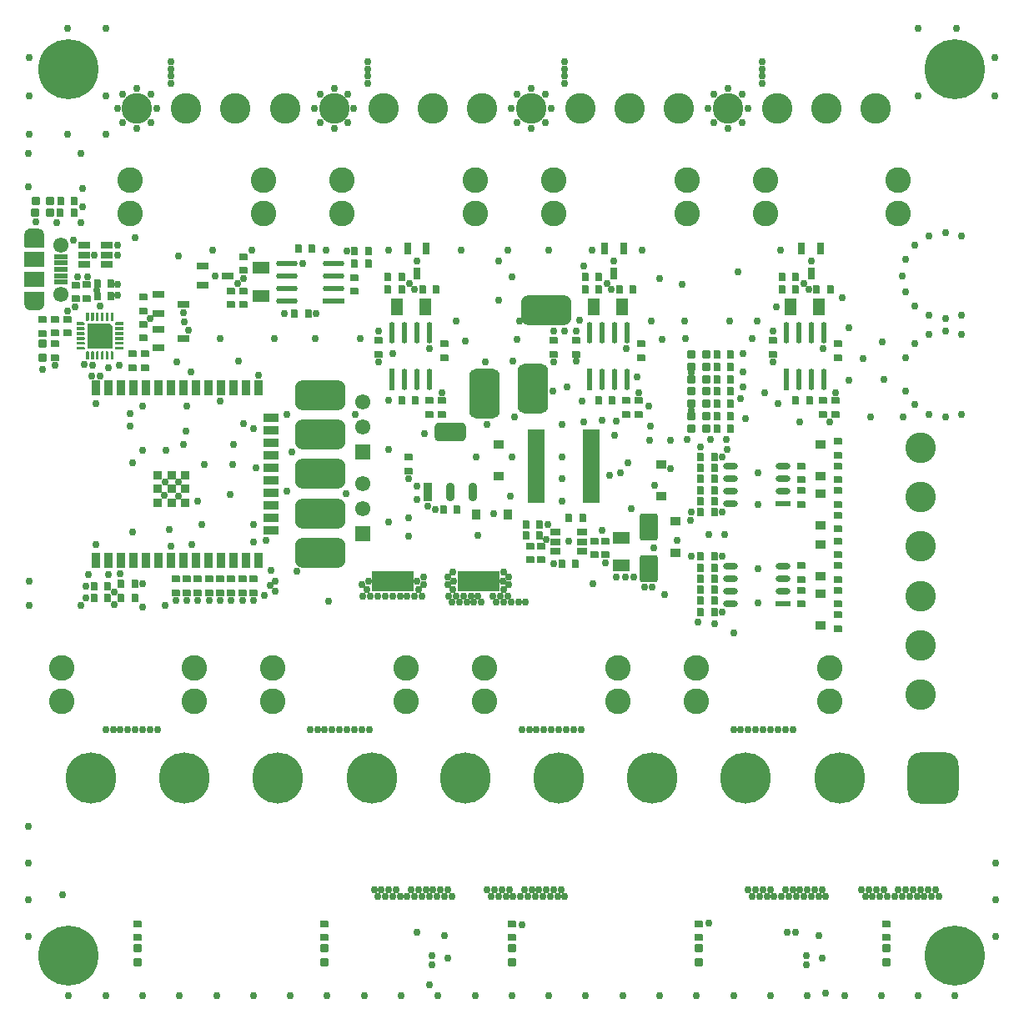
<source format=gbr>
%TF.GenerationSoftware,Altium Limited,Altium Designer,25.8.1 (18)*%
G04 Layer_Color=8388736*
%FSLAX45Y45*%
%MOMM*%
%TF.SameCoordinates,5F8AD7AF-A6C7-491F-921A-1EE88451CE46*%
%TF.FilePolarity,Negative*%
%TF.FileFunction,Soldermask,Top*%
%TF.Part,Single*%
G01*
G75*
%TA.AperFunction,SMDPad,CuDef*%
%ADD11R,1.80000X7.50000*%
%ADD14R,0.90000X1.50000*%
%TA.AperFunction,BGAPad,CuDef*%
%ADD15R,0.90000X0.90000*%
%TA.AperFunction,SMDPad,CuDef*%
%ADD16R,1.50000X0.90000*%
%TA.AperFunction,BGAPad,CuDef*%
%ADD19C,0.27000*%
%TA.AperFunction,SMDPad,CuDef*%
G04:AMPARAMS|DCode=25|XSize=2.16916mm|YSize=0.58213mm|CornerRadius=0.29107mm|HoleSize=0mm|Usage=FLASHONLY|Rotation=90.000|XOffset=0mm|YOffset=0mm|HoleType=Round|Shape=RoundedRectangle|*
%AMROUNDEDRECTD25*
21,1,2.16916,0.00000,0,0,90.0*
21,1,1.58703,0.58213,0,0,90.0*
1,1,0.58213,0.00000,0.79351*
1,1,0.58213,0.00000,-0.79351*
1,1,0.58213,0.00000,-0.79351*
1,1,0.58213,0.00000,0.79351*
%
%ADD25ROUNDEDRECTD25*%
G04:AMPARAMS|DCode=26|XSize=2.16916mm|YSize=0.58213mm|CornerRadius=0.29107mm|HoleSize=0mm|Usage=FLASHONLY|Rotation=180.000|XOffset=0mm|YOffset=0mm|HoleType=Round|Shape=RoundedRectangle|*
%AMROUNDEDRECTD26*
21,1,2.16916,0.00000,0,0,180.0*
21,1,1.58703,0.58213,0,0,180.0*
1,1,0.58213,-0.79351,0.00000*
1,1,0.58213,0.79351,0.00000*
1,1,0.58213,0.79351,0.00000*
1,1,0.58213,-0.79351,0.00000*
%
%ADD26ROUNDEDRECTD26*%
G04:AMPARAMS|DCode=28|XSize=1.51466mm|YSize=0.59981mm|CornerRadius=0.2999mm|HoleSize=0mm|Usage=FLASHONLY|Rotation=180.000|XOffset=0mm|YOffset=0mm|HoleType=Round|Shape=RoundedRectangle|*
%AMROUNDEDRECTD28*
21,1,1.51466,0.00000,0,0,180.0*
21,1,0.91485,0.59981,0,0,180.0*
1,1,0.59981,-0.45743,0.00000*
1,1,0.59981,0.45743,0.00000*
1,1,0.59981,0.45743,0.00000*
1,1,0.59981,-0.45743,0.00000*
%
%ADD28ROUNDEDRECTD28*%
G04:AMPARAMS|DCode=29|XSize=1.90415mm|YSize=3.21981mm|CornerRadius=0.457mm|HoleSize=0mm|Usage=FLASHONLY|Rotation=90.000|XOffset=0mm|YOffset=0mm|HoleType=Round|Shape=RoundedRectangle|*
%AMROUNDEDRECTD29*
21,1,1.90415,2.30581,0,0,90.0*
21,1,0.99016,3.21981,0,0,90.0*
1,1,0.91399,1.15291,0.49508*
1,1,0.91399,1.15291,-0.49508*
1,1,0.91399,-1.15291,-0.49508*
1,1,0.91399,-1.15291,0.49508*
%
%ADD29ROUNDEDRECTD29*%
G04:AMPARAMS|DCode=30|XSize=1.90415mm|YSize=0.91981mm|CornerRadius=0.4599mm|HoleSize=0mm|Usage=FLASHONLY|Rotation=90.000|XOffset=0mm|YOffset=0mm|HoleType=Round|Shape=RoundedRectangle|*
%AMROUNDEDRECTD30*
21,1,1.90415,0.00000,0,0,90.0*
21,1,0.98435,0.91981,0,0,90.0*
1,1,0.91981,0.00000,0.49217*
1,1,0.91981,0.00000,-0.49217*
1,1,0.91981,0.00000,-0.49217*
1,1,0.91981,0.00000,0.49217*
%
%ADD30ROUNDEDRECTD30*%
%ADD31R,0.58213X2.16916*%
%ADD34R,0.91981X1.90415*%
%ADD37R,1.75822X1.30550*%
%ADD41C,2.29500*%
%ADD43R,2.16916X0.58213*%
%ADD44R,1.51466X0.59981*%
%TA.AperFunction,Conductor*%
%ADD47C,0.60000*%
%TA.AperFunction,ComponentPad*%
%ADD53C,1.55000*%
%ADD55R,1.55000X1.55000*%
%TA.AperFunction,SMDPad,CuDef*%
G04:AMPARAMS|DCode=79|XSize=0.9mm|YSize=0.9mm|CornerRadius=0.15mm|HoleSize=0mm|Usage=FLASHONLY|Rotation=270.000|XOffset=0mm|YOffset=0mm|HoleType=Round|Shape=RoundedRectangle|*
%AMROUNDEDRECTD79*
21,1,0.90000,0.60000,0,0,270.0*
21,1,0.60000,0.90000,0,0,270.0*
1,1,0.30000,-0.30000,-0.30000*
1,1,0.30000,-0.30000,0.30000*
1,1,0.30000,0.30000,0.30000*
1,1,0.30000,0.30000,-0.30000*
%
%ADD79ROUNDEDRECTD79*%
G04:AMPARAMS|DCode=80|XSize=0.86mm|YSize=0.7604mm|CornerRadius=0.13255mm|HoleSize=0mm|Usage=FLASHONLY|Rotation=0.000|XOffset=0mm|YOffset=0mm|HoleType=Round|Shape=RoundedRectangle|*
%AMROUNDEDRECTD80*
21,1,0.86000,0.49530,0,0,0.0*
21,1,0.59490,0.76040,0,0,0.0*
1,1,0.26510,0.29745,-0.24765*
1,1,0.26510,-0.29745,-0.24765*
1,1,0.26510,-0.29745,0.24765*
1,1,0.26510,0.29745,0.24765*
%
%ADD80ROUNDEDRECTD80*%
G04:AMPARAMS|DCode=81|XSize=0.86mm|YSize=0.7604mm|CornerRadius=0.13255mm|HoleSize=0mm|Usage=FLASHONLY|Rotation=90.000|XOffset=0mm|YOffset=0mm|HoleType=Round|Shape=RoundedRectangle|*
%AMROUNDEDRECTD81*
21,1,0.86000,0.49530,0,0,90.0*
21,1,0.59490,0.76040,0,0,90.0*
1,1,0.26510,0.24765,0.29745*
1,1,0.26510,0.24765,-0.29745*
1,1,0.26510,-0.24765,-0.29745*
1,1,0.26510,-0.24765,0.29745*
%
%ADD81ROUNDEDRECTD81*%
%ADD82R,1.30000X0.80000*%
G04:AMPARAMS|DCode=83|XSize=3.1mm|YSize=5.1mm|CornerRadius=0.8mm|HoleSize=0mm|Usage=FLASHONLY|Rotation=180.000|XOffset=0mm|YOffset=0mm|HoleType=Round|Shape=RoundedRectangle|*
%AMROUNDEDRECTD83*
21,1,3.10000,3.50000,0,0,180.0*
21,1,1.50000,5.10000,0,0,180.0*
1,1,1.60000,-0.75000,1.75000*
1,1,1.60000,0.75000,1.75000*
1,1,1.60000,0.75000,-1.75000*
1,1,1.60000,-0.75000,-1.75000*
%
%ADD83ROUNDEDRECTD83*%
G04:AMPARAMS|DCode=84|XSize=3.1mm|YSize=5.1mm|CornerRadius=0.8mm|HoleSize=0mm|Usage=FLASHONLY|Rotation=90.000|XOffset=0mm|YOffset=0mm|HoleType=Round|Shape=RoundedRectangle|*
%AMROUNDEDRECTD84*
21,1,3.10000,3.50000,0,0,90.0*
21,1,1.50000,5.10000,0,0,90.0*
1,1,1.60000,1.75000,0.75000*
1,1,1.60000,1.75000,-0.75000*
1,1,1.60000,-1.75000,-0.75000*
1,1,1.60000,-1.75000,0.75000*
%
%ADD84ROUNDEDRECTD84*%
G04:AMPARAMS|DCode=85|XSize=0.9mm|YSize=0.9mm|CornerRadius=0.15mm|HoleSize=0mm|Usage=FLASHONLY|Rotation=180.000|XOffset=0mm|YOffset=0mm|HoleType=Round|Shape=RoundedRectangle|*
%AMROUNDEDRECTD85*
21,1,0.90000,0.60000,0,0,180.0*
21,1,0.60000,0.90000,0,0,180.0*
1,1,0.30000,-0.30000,0.30000*
1,1,0.30000,0.30000,0.30000*
1,1,0.30000,0.30000,-0.30000*
1,1,0.30000,-0.30000,-0.30000*
%
%ADD85ROUNDEDRECTD85*%
%ADD86R,4.20000X2.10000*%
G04:AMPARAMS|DCode=87|XSize=0.9mm|YSize=1.1mm|CornerRadius=0.15mm|HoleSize=0mm|Usage=FLASHONLY|Rotation=90.000|XOffset=0mm|YOffset=0mm|HoleType=Round|Shape=RoundedRectangle|*
%AMROUNDEDRECTD87*
21,1,0.90000,0.80000,0,0,90.0*
21,1,0.60000,1.10000,0,0,90.0*
1,1,0.30000,0.40000,0.30000*
1,1,0.30000,0.40000,-0.30000*
1,1,0.30000,-0.40000,-0.30000*
1,1,0.30000,-0.40000,0.30000*
%
%ADD87ROUNDEDRECTD87*%
G04:AMPARAMS|DCode=88|XSize=0.9mm|YSize=1.1mm|CornerRadius=0.15mm|HoleSize=0mm|Usage=FLASHONLY|Rotation=180.000|XOffset=0mm|YOffset=0mm|HoleType=Round|Shape=RoundedRectangle|*
%AMROUNDEDRECTD88*
21,1,0.90000,0.80000,0,0,180.0*
21,1,0.60000,1.10000,0,0,180.0*
1,1,0.30000,-0.30000,0.40000*
1,1,0.30000,0.30000,0.40000*
1,1,0.30000,0.30000,-0.40000*
1,1,0.30000,-0.30000,-0.40000*
%
%ADD88ROUNDEDRECTD88*%
%ADD89R,1.20000X1.75000*%
%ADD90R,0.80000X1.30000*%
%ADD91R,1.30000X0.70000*%
%TA.AperFunction,ConnectorPad*%
%ADD92R,1.45000X0.50000*%
%TA.AperFunction,SMDPad,CuDef*%
G04:AMPARAMS|DCode=93|XSize=0.7mm|YSize=1.1mm|CornerRadius=0.101mm|HoleSize=0mm|Usage=FLASHONLY|Rotation=90.000|XOffset=0mm|YOffset=0mm|HoleType=Round|Shape=RoundedRectangle|*
%AMROUNDEDRECTD93*
21,1,0.70000,0.89800,0,0,90.0*
21,1,0.49800,1.10000,0,0,90.0*
1,1,0.20200,0.44900,0.24900*
1,1,0.20200,0.44900,-0.24900*
1,1,0.20200,-0.44900,-0.24900*
1,1,0.20200,-0.44900,0.24900*
%
%ADD93ROUNDEDRECTD93*%
G04:AMPARAMS|DCode=94|XSize=2.75mm|YSize=1.85mm|CornerRadius=0.26875mm|HoleSize=0mm|Usage=FLASHONLY|Rotation=270.000|XOffset=0mm|YOffset=0mm|HoleType=Round|Shape=RoundedRectangle|*
%AMROUNDEDRECTD94*
21,1,2.75000,1.31250,0,0,270.0*
21,1,2.21250,1.85000,0,0,270.0*
1,1,0.53750,-0.65625,-1.10625*
1,1,0.53750,-0.65625,1.10625*
1,1,0.53750,0.65625,1.10625*
1,1,0.53750,0.65625,-1.10625*
%
%ADD94ROUNDEDRECTD94*%
%TA.AperFunction,ConnectorPad*%
%ADD95R,2.00000X1.60000*%
%TA.AperFunction,SMDPad,CuDef*%
%ADD96R,1.75000X1.20000*%
%TA.AperFunction,ComponentPad*%
%ADD97C,5.18000*%
G04:AMPARAMS|DCode=98|XSize=5.18mm|YSize=5.18mm|CornerRadius=1.32mm|HoleSize=0mm|Usage=FLASHONLY|Rotation=0.000|XOffset=0mm|YOffset=0mm|HoleType=Round|Shape=RoundedRectangle|*
%AMROUNDEDRECTD98*
21,1,5.18000,2.54000,0,0,0.0*
21,1,2.54000,5.18000,0,0,0.0*
1,1,2.64000,1.27000,-1.27000*
1,1,2.64000,-1.27000,-1.27000*
1,1,2.64000,-1.27000,1.27000*
1,1,2.64000,1.27000,1.27000*
%
%ADD98ROUNDEDRECTD98*%
G04:AMPARAMS|DCode=99|XSize=2.6mm|YSize=2.6mm|CornerRadius=1.3mm|HoleSize=0mm|Usage=FLASHONLY|Rotation=0.000|XOffset=0mm|YOffset=0mm|HoleType=Round|Shape=RoundedRectangle|*
%AMROUNDEDRECTD99*
21,1,2.60000,0.00000,0,0,0.0*
21,1,0.00000,2.60000,0,0,0.0*
1,1,2.60000,0.00000,0.00000*
1,1,2.60000,0.00000,0.00000*
1,1,2.60000,0.00000,0.00000*
1,1,2.60000,0.00000,0.00000*
%
%ADD99ROUNDEDRECTD99*%
%ADD100C,0.10000*%
%ADD101C,3.10000*%
%ADD102C,0.90000*%
%ADD103C,6.10000*%
%TA.AperFunction,ViaPad*%
%ADD104C,0.75000*%
G36*
X195980Y7878919D02*
X196922Y7878633D01*
X197791Y7878169D01*
X198552Y7877544D01*
X199177Y7876783D01*
X199641Y7875914D01*
X199927Y7874972D01*
X200023Y7873992D01*
Y7873992D01*
D01*
Y7829016D01*
X245000D01*
X245980Y7828919D01*
X246922Y7828633D01*
X247791Y7828169D01*
X248552Y7827544D01*
X249177Y7826783D01*
X249641Y7825914D01*
X249927Y7824972D01*
X250024Y7823991D01*
Y7693991D01*
X249927Y7693011D01*
X249641Y7692069D01*
X249177Y7691200D01*
X248552Y7690439D01*
X247791Y7689814D01*
X246922Y7689350D01*
X245980Y7689064D01*
X245000Y7688967D01*
X54999D01*
X54019Y7689064D01*
X53077Y7689350D01*
X52208Y7689814D01*
X51447Y7690439D01*
X50822Y7691200D01*
X50358Y7692069D01*
X50072Y7693011D01*
X49975Y7693991D01*
Y7823991D01*
X50072Y7824972D01*
X50358Y7825914D01*
X50822Y7826783D01*
X51447Y7827544D01*
X52208Y7828169D01*
X53077Y7828633D01*
X54019Y7828919D01*
X54999Y7829016D01*
X99973D01*
Y7873989D01*
X100069Y7874970D01*
X100355Y7875912D01*
X100819Y7876781D01*
X101444Y7877542D01*
X102206Y7878167D01*
X103074Y7878631D01*
X104017Y7878917D01*
X104996Y7879013D01*
X194999Y7879016D01*
X194999D01*
D01*
X195980Y7878919D01*
D02*
G37*
G36*
X245980Y7238919D02*
X246922Y7238633D01*
X247791Y7238169D01*
X248552Y7237544D01*
X249177Y7236783D01*
X249641Y7235914D01*
X249927Y7234972D01*
X250024Y7233991D01*
Y7103991D01*
X249927Y7103011D01*
X249641Y7102069D01*
X249177Y7101200D01*
X248552Y7100439D01*
X247791Y7099814D01*
X246922Y7099350D01*
X245980Y7099064D01*
X245000Y7098967D01*
X200026D01*
Y7053994D01*
X199930Y7053013D01*
X199644Y7052071D01*
X199179Y7051202D01*
X198555Y7050441D01*
X197793Y7049816D01*
X196925Y7049352D01*
X195982Y7049066D01*
X195002Y7048969D01*
X105000Y7048967D01*
X105000D01*
D01*
X104019Y7049064D01*
X103077Y7049350D01*
X102208Y7049814D01*
X101447Y7050439D01*
X100822Y7051200D01*
X100358Y7052069D01*
X100072Y7053011D01*
X99975Y7053991D01*
Y7053991D01*
D01*
Y7098967D01*
X54999D01*
X54019Y7099064D01*
X53077Y7099350D01*
X52208Y7099814D01*
X51447Y7100439D01*
X50822Y7101200D01*
X50358Y7102069D01*
X50072Y7103011D01*
X49975Y7103991D01*
Y7233991D01*
X50072Y7234972D01*
X50358Y7235914D01*
X50822Y7236783D01*
X51447Y7237544D01*
X52208Y7238169D01*
X53077Y7238633D01*
X54019Y7238919D01*
X54999Y7239015D01*
X245000D01*
X245980Y7238919D01*
D02*
G37*
G36*
X954999Y6956492D02*
Y6953508D01*
X952716Y6947995D01*
X948496Y6943775D01*
X942983Y6941492D01*
X937016D01*
X931503Y6943775D01*
X927283Y6947995D01*
X924999Y6953508D01*
Y6956492D01*
Y7026491D01*
X954999D01*
Y6956492D01*
D02*
G37*
G36*
X904999D02*
Y6953508D01*
X902716Y6947995D01*
X898496Y6943775D01*
X892983Y6941492D01*
X887016D01*
X881503Y6943775D01*
X877283Y6947995D01*
X875000Y6953508D01*
Y6956492D01*
X874999D01*
Y7026491D01*
X904999D01*
Y6956492D01*
D02*
G37*
G36*
X854999D02*
Y6953508D01*
X852716Y6947995D01*
X848496Y6943775D01*
X842983Y6941492D01*
X837016D01*
X831503Y6943775D01*
X827283Y6947995D01*
X824999Y6953508D01*
Y6956492D01*
Y7026491D01*
X854999D01*
Y6956492D01*
D02*
G37*
G36*
X804999D02*
Y6953508D01*
X802716Y6947995D01*
X798496Y6943775D01*
X792983Y6941492D01*
X787016D01*
X781503Y6943775D01*
X777283Y6947995D01*
X774999Y6953508D01*
Y6956492D01*
Y7026491D01*
X804999D01*
Y6956492D01*
D02*
G37*
G36*
X754999D02*
Y6953508D01*
X752716Y6947995D01*
X748496Y6943775D01*
X742983Y6941492D01*
X737016D01*
X731502Y6943775D01*
X727283Y6947995D01*
X724999Y6953508D01*
Y6956492D01*
Y7026491D01*
X755000D01*
X754999Y6956492D01*
D02*
G37*
G36*
X704999D02*
Y6953508D01*
X702716Y6947995D01*
X698496Y6943775D01*
X692983Y6941492D01*
X687016D01*
X681503Y6943775D01*
X677283Y6947995D01*
X674999Y6953508D01*
Y6956492D01*
Y7026491D01*
X704999D01*
Y6956492D01*
D02*
G37*
G36*
X1052499Y6898992D02*
X979516D01*
X974003Y6901275D01*
X969783Y6905495D01*
X967499Y6911008D01*
Y6913992D01*
Y6916975D01*
X969783Y6922488D01*
X974003Y6926708D01*
X979516Y6928991D01*
X1052499D01*
Y6898992D01*
D02*
G37*
G36*
X655996Y6926708D02*
X660216Y6922488D01*
X662499Y6916975D01*
Y6913992D01*
Y6911008D01*
X660216Y6905495D01*
X655996Y6901275D01*
X650483Y6898992D01*
X577499D01*
Y6928991D01*
X650483D01*
X655996Y6926708D01*
D02*
G37*
G36*
X1052499Y6848991D02*
X982499Y6848992D01*
X979516D01*
X974003Y6851275D01*
X969783Y6855495D01*
X967499Y6861008D01*
Y6863992D01*
Y6866975D01*
X969783Y6872488D01*
X974003Y6876708D01*
X979516Y6878992D01*
X1052499D01*
Y6848991D01*
D02*
G37*
G36*
X655996Y6876708D02*
X660216Y6872488D01*
X662499Y6866975D01*
Y6863992D01*
Y6861008D01*
X660216Y6855495D01*
X655996Y6851275D01*
X650483Y6848992D01*
X647499D01*
Y6848991D01*
X577499D01*
Y6878992D01*
X650483D01*
X655996Y6876708D01*
D02*
G37*
G36*
X1052499Y6798991D02*
X979516D01*
X974003Y6801275D01*
X969783Y6805495D01*
X967499Y6811008D01*
Y6813991D01*
Y6816975D01*
X969783Y6822488D01*
X974003Y6826708D01*
X979516Y6828991D01*
X1052499D01*
Y6798991D01*
D02*
G37*
G36*
X655996Y6826708D02*
X660216Y6822488D01*
X662499Y6816975D01*
Y6813991D01*
Y6811008D01*
X660216Y6805495D01*
X655996Y6801275D01*
X650483Y6798991D01*
X577499D01*
Y6828991D01*
X650483D01*
X655996Y6826708D01*
D02*
G37*
G36*
X1052499Y6748992D02*
X979516D01*
X974003Y6751275D01*
X969783Y6755495D01*
X967499Y6761008D01*
Y6763992D01*
Y6766975D01*
X969783Y6772488D01*
X974003Y6776708D01*
X979516Y6778992D01*
X1052499D01*
Y6748992D01*
D02*
G37*
G36*
X655996Y6776708D02*
X660216Y6772488D01*
X662499Y6766975D01*
Y6763992D01*
Y6761008D01*
X660216Y6755495D01*
X655996Y6751275D01*
X650483Y6748992D01*
X577499D01*
Y6778992D01*
X650483D01*
X655996Y6776708D01*
D02*
G37*
G36*
X1052499Y6698991D02*
X979516D01*
X974003Y6701275D01*
X969783Y6705495D01*
X967499Y6711008D01*
Y6713991D01*
Y6716975D01*
X969783Y6722488D01*
X974003Y6726708D01*
X979516Y6728991D01*
X982499D01*
Y6728992D01*
X1052499D01*
Y6698991D01*
D02*
G37*
G36*
X647499Y6728991D02*
X650483D01*
X655996Y6726708D01*
X660216Y6722488D01*
X662499Y6716975D01*
Y6713991D01*
Y6711008D01*
X660216Y6705495D01*
X655996Y6701275D01*
X650483Y6698991D01*
X577499D01*
Y6728992D01*
X647499Y6728991D01*
D02*
G37*
G36*
X942500Y6891491D02*
Y6661491D01*
X687499D01*
Y6916492D01*
X917499D01*
X942500Y6891491D01*
D02*
G37*
G36*
X1052499Y6648992D02*
X979516D01*
X974003Y6651275D01*
X969783Y6655495D01*
X967499Y6661008D01*
Y6663991D01*
Y6666975D01*
X969783Y6672488D01*
X974003Y6676708D01*
X979516Y6678991D01*
X1052499D01*
Y6648992D01*
D02*
G37*
G36*
X655996Y6676708D02*
X660216Y6672488D01*
X662499Y6666975D01*
Y6663991D01*
Y6661008D01*
X660216Y6655495D01*
X655996Y6651275D01*
X650483Y6648992D01*
X577499D01*
Y6678991D01*
X650483D01*
X655996Y6676708D01*
D02*
G37*
G36*
X948496Y6634208D02*
X952716Y6629988D01*
X954999Y6624475D01*
Y6621491D01*
Y6551492D01*
X924999D01*
Y6621491D01*
Y6624475D01*
X927283Y6629988D01*
X931503Y6634208D01*
X937016Y6636491D01*
X942983D01*
X948496Y6634208D01*
D02*
G37*
G36*
X898496D02*
X902716Y6629988D01*
X904999Y6624475D01*
Y6621491D01*
Y6551492D01*
X874999D01*
X875000Y6621491D01*
Y6624475D01*
X877283Y6629988D01*
X881503Y6634208D01*
X887016Y6636491D01*
X892983D01*
X898496Y6634208D01*
D02*
G37*
G36*
X848496D02*
X852716Y6629988D01*
X854999Y6624475D01*
Y6621491D01*
Y6551492D01*
X824999D01*
Y6621491D01*
Y6624475D01*
X827283Y6629988D01*
X831503Y6634208D01*
X837016Y6636491D01*
X842983D01*
X848496Y6634208D01*
D02*
G37*
G36*
X798496D02*
X802716Y6629988D01*
X804999Y6624475D01*
Y6621491D01*
Y6551492D01*
X774999D01*
Y6621491D01*
Y6624475D01*
X777283Y6629988D01*
X781503Y6634208D01*
X787016Y6636491D01*
X792983D01*
X798496Y6634208D01*
D02*
G37*
G36*
X748496D02*
X752716Y6629988D01*
X754999Y6624475D01*
Y6621491D01*
X755000D01*
Y6551492D01*
X724999D01*
Y6621491D01*
Y6624475D01*
X727283Y6629988D01*
X731502Y6634208D01*
X737016Y6636491D01*
X742983D01*
X748496Y6634208D01*
D02*
G37*
G36*
X698496D02*
X702716Y6629988D01*
X704999Y6624475D01*
Y6621491D01*
Y6551492D01*
X674999D01*
Y6621491D01*
Y6624475D01*
X677283Y6629988D01*
X681503Y6634208D01*
X687016Y6636491D01*
X692983D01*
X698496Y6634208D01*
D02*
G37*
D11*
X5805000Y5462500D02*
D03*
X5245000D02*
D03*
D14*
X1916999Y4512499D02*
D03*
X1789999D02*
D03*
X2170999D02*
D03*
X2043999D02*
D03*
X773999D02*
D03*
Y6262500D02*
D03*
X2170999D02*
D03*
X1662999D02*
D03*
X1789999D02*
D03*
X1154999Y4512499D02*
D03*
X1281999D02*
D03*
X1408999D02*
D03*
X1535999D02*
D03*
X2297999D02*
D03*
X2424999D02*
D03*
Y6262500D02*
D03*
X2297999D02*
D03*
X2043999D02*
D03*
X1916999D02*
D03*
X1535999D02*
D03*
X1281999D02*
D03*
X1154999D02*
D03*
X900999Y4512499D02*
D03*
X1408999Y6262500D02*
D03*
X1662999Y4512499D02*
D03*
X900999Y6262500D02*
D03*
X1027999D02*
D03*
Y4512499D02*
D03*
D15*
X1405999Y5097500D02*
D03*
X1545999Y5237500D02*
D03*
Y5097500D02*
D03*
X1405999Y5237500D02*
D03*
Y5377500D02*
D03*
X1545999D02*
D03*
X1685999Y5097500D02*
D03*
Y5377500D02*
D03*
Y5237500D02*
D03*
D16*
X2549999Y4816500D02*
D03*
Y4943500D02*
D03*
Y5070500D02*
D03*
Y5197500D02*
D03*
Y5324500D02*
D03*
Y5451500D02*
D03*
Y5578500D02*
D03*
Y5705500D02*
D03*
Y5832500D02*
D03*
Y5959500D02*
D03*
D19*
X1010000Y6663991D02*
D03*
X619999Y6913992D02*
D03*
X889999Y6983992D02*
D03*
X939999D02*
D03*
X839999Y6985538D02*
D03*
X789999Y6983992D02*
D03*
X739999D02*
D03*
X689999Y7011491D02*
D03*
X619999Y6863992D02*
D03*
X618453Y6813991D02*
D03*
X619999Y6763992D02*
D03*
Y6713991D02*
D03*
X592499Y6663991D02*
D03*
X689999Y6593991D02*
D03*
X739999D02*
D03*
X789999Y6592445D02*
D03*
X839999Y6593991D02*
D03*
X889999D02*
D03*
X939999Y6592445D02*
D03*
X1010000Y6713991D02*
D03*
X1011546Y6763992D02*
D03*
X1010000Y6813991D02*
D03*
Y6863992D02*
D03*
X1011546Y6913992D02*
D03*
D25*
X7784500Y6823861D02*
D03*
X3784459Y6823905D02*
D03*
X5784500Y6823860D02*
D03*
X5911500Y6351140D02*
D03*
X6038500D02*
D03*
X6165500D02*
D03*
X6038500Y6823860D02*
D03*
X5911500D02*
D03*
X6165500D02*
D03*
X8165500Y6823861D02*
D03*
X4165459Y6823905D02*
D03*
X3911459D02*
D03*
X4038459D02*
D03*
X4165459Y6351185D02*
D03*
X4038459D02*
D03*
X3911459D02*
D03*
X7911500Y6823861D02*
D03*
X8038500D02*
D03*
X8165500Y6351141D02*
D03*
X8038500D02*
D03*
X7911500D02*
D03*
D26*
X2713590Y7147025D02*
D03*
Y7528025D02*
D03*
X3186310Y7274025D02*
D03*
Y7401025D02*
D03*
X2713590D02*
D03*
Y7274025D02*
D03*
X3186310Y7528025D02*
D03*
D28*
X7218484Y5338500D02*
D03*
Y5084500D02*
D03*
Y4072000D02*
D03*
Y4326000D02*
D03*
X7756516D02*
D03*
Y5338500D02*
D03*
X7218484Y4199000D02*
D03*
Y4453000D02*
D03*
Y5211500D02*
D03*
Y5465500D02*
D03*
X7756516D02*
D03*
Y5211500D02*
D03*
Y4199000D02*
D03*
Y4453000D02*
D03*
D29*
X4375000Y5817500D02*
D03*
D30*
Y5207500D02*
D03*
X4605000D02*
D03*
D31*
X5784500Y6351140D02*
D03*
X3784459Y6351185D02*
D03*
X7784500Y6351141D02*
D03*
D34*
X4145000Y5207500D02*
D03*
D37*
X6112500Y4462364D02*
D03*
Y4737636D02*
D03*
D41*
X814999Y6788992D02*
D03*
D43*
X3186310Y7147025D02*
D03*
D44*
X7756516Y4072000D02*
D03*
Y5084500D02*
D03*
D47*
X219999Y7823991D02*
G03*
X219999Y7823991I-25000J0D01*
G01*
X129999D02*
G03*
X129999Y7823991I-25000J0D01*
G01*
X129999Y7103991D02*
G03*
X129999Y7103991I-25000J0D01*
G01*
X220000D02*
G03*
X220000Y7103991I-25000J0D01*
G01*
D53*
X3487500Y6116500D02*
D03*
Y5291500D02*
D03*
Y5037500D02*
D03*
Y5862500D02*
D03*
X419999Y7713991D02*
D03*
Y7213991D02*
D03*
D55*
X3487500Y4783500D02*
D03*
Y5608500D02*
D03*
D79*
X8799850Y575000D02*
D03*
Y425000D02*
D03*
X6899900Y575000D02*
D03*
Y425000D02*
D03*
X1200000D02*
D03*
Y575000D02*
D03*
X3100100Y425000D02*
D03*
X235000Y6563992D02*
D03*
X5000000Y425000D02*
D03*
X235000Y6713992D02*
D03*
X5000000Y575000D02*
D03*
X3100100D02*
D03*
D80*
X1925000Y4180000D02*
D03*
X3100100Y820000D02*
D03*
X7937500Y4207500D02*
D03*
Y4067500D02*
D03*
Y4317500D02*
D03*
Y4457500D02*
D03*
Y5330000D02*
D03*
Y5470000D02*
D03*
Y5080000D02*
D03*
Y5220000D02*
D03*
X1700000Y4180000D02*
D03*
Y4320000D02*
D03*
X1925000Y4320000D02*
D03*
X1587499Y4320000D02*
D03*
Y4180000D02*
D03*
X1812500Y4180000D02*
D03*
Y4320000D02*
D03*
X2150000Y4180000D02*
D03*
Y4320000D02*
D03*
X2037499D02*
D03*
Y4180000D02*
D03*
X2262500Y4320000D02*
D03*
Y4180000D02*
D03*
X2375000Y4320000D02*
D03*
Y4180000D02*
D03*
X5000000Y820000D02*
D03*
X8799850D02*
D03*
X6899900D02*
D03*
X1200000Y680000D02*
D03*
Y820000D02*
D03*
X1262499Y6907500D02*
D03*
X1262499Y7182500D02*
D03*
X5187500Y4657500D02*
D03*
X4312460Y6567545D02*
D03*
X3399950Y7242525D02*
D03*
X8312500Y6567500D02*
D03*
X6312500Y6567500D02*
D03*
X5650000Y6745000D02*
D03*
X3649959D02*
D03*
X7650000D02*
D03*
X5425000D02*
D03*
X3950000Y5557500D02*
D03*
X5000000Y680000D02*
D03*
X5425000Y6605000D02*
D03*
X3950000Y5417500D02*
D03*
X685000Y7168992D02*
D03*
X570001Y7166492D02*
D03*
X359999Y6958992D02*
D03*
X235000Y6953992D02*
D03*
X7650000Y6605000D02*
D03*
X8287500Y6132501D02*
D03*
X6287500Y6132500D02*
D03*
X5950000Y4567500D02*
D03*
X5650000Y6605000D02*
D03*
X4287460Y6132545D02*
D03*
X5300000Y4657500D02*
D03*
X2274951Y7455025D02*
D03*
X2149951Y7245025D02*
D03*
X3649959Y6605000D02*
D03*
X2274951Y7245025D02*
D03*
X685000Y7308992D02*
D03*
X570001Y7306492D02*
D03*
X359999Y6568992D02*
D03*
X5950000Y4707500D02*
D03*
X5837500D02*
D03*
X2274951Y7105025D02*
D03*
Y7595025D02*
D03*
X6162499Y6132500D02*
D03*
Y5992500D02*
D03*
X6287500D02*
D03*
X6312500Y6707500D02*
D03*
X8162500Y5992500D02*
D03*
Y6132501D02*
D03*
X8287500Y5992500D02*
D03*
X8312500Y6707501D02*
D03*
X359999Y6708992D02*
D03*
Y6818992D02*
D03*
X485000Y6958992D02*
D03*
Y6818992D02*
D03*
X1149999Y6607500D02*
D03*
Y6467499D02*
D03*
X1274999Y6607500D02*
D03*
Y6467499D02*
D03*
X1262499Y6767500D02*
D03*
X1262499Y7042500D02*
D03*
X2149951Y7105025D02*
D03*
X3399950Y7382525D02*
D03*
X4162459Y6132545D02*
D03*
Y5992545D02*
D03*
X4287460D02*
D03*
X4312460Y6707545D02*
D03*
X5187500Y4517500D02*
D03*
X5300000D02*
D03*
X5837500Y4567500D02*
D03*
X235000Y6813992D02*
D03*
X3100100Y680000D02*
D03*
X8799850D02*
D03*
X8312500Y3817500D02*
D03*
Y3957500D02*
D03*
Y4067500D02*
D03*
Y4207500D02*
D03*
Y4457500D02*
D03*
Y4317500D02*
D03*
Y4707500D02*
D03*
Y4567500D02*
D03*
Y4970000D02*
D03*
Y4830000D02*
D03*
Y5220000D02*
D03*
Y5080000D02*
D03*
Y5470000D02*
D03*
Y5330000D02*
D03*
Y5720000D02*
D03*
Y5580000D02*
D03*
X6899900Y680000D02*
D03*
D81*
X5880000Y6137500D02*
D03*
X6020000D02*
D03*
X1030000Y4275000D02*
D03*
X1170000Y4125000D02*
D03*
X7220000Y6475000D02*
D03*
X7080000D02*
D03*
X7220000Y6350000D02*
D03*
X7080000D02*
D03*
X7220000Y6600000D02*
D03*
X7080000D02*
D03*
X7220000Y6225000D02*
D03*
X7080000D02*
D03*
X6917499Y4325000D02*
D03*
Y4437500D02*
D03*
Y4550000D02*
D03*
Y5000000D02*
D03*
Y5112500D02*
D03*
Y5225000D02*
D03*
Y5337500D02*
D03*
Y5450000D02*
D03*
Y5562500D02*
D03*
Y4212500D02*
D03*
Y3987500D02*
D03*
Y4100000D02*
D03*
X7880000Y6137501D02*
D03*
X8020000D02*
D03*
X7080000Y5850000D02*
D03*
X7220000D02*
D03*
X7080000Y6100000D02*
D03*
X7220000D02*
D03*
Y5975000D02*
D03*
X7080000D02*
D03*
X5142500Y4875000D02*
D03*
Y4762500D02*
D03*
X3879959Y6137545D02*
D03*
X2969951Y7675025D02*
D03*
X2792450Y7012525D02*
D03*
X1029999Y4125000D02*
D03*
X895000Y4250000D02*
D03*
Y4125000D02*
D03*
X5742500Y7387500D02*
D03*
Y7262500D02*
D03*
X3544951Y7650025D02*
D03*
Y7525025D02*
D03*
X4445000Y5025000D02*
D03*
X4305000D02*
D03*
X8092500Y7262500D02*
D03*
X7882500D02*
D03*
Y7387500D02*
D03*
X7057500Y5112500D02*
D03*
Y5450000D02*
D03*
Y4550000D02*
D03*
Y5000000D02*
D03*
Y4437500D02*
D03*
Y5562500D02*
D03*
X6092500Y7262500D02*
D03*
X5882500Y7387500D02*
D03*
Y7262500D02*
D03*
X4092459Y7262545D02*
D03*
X5505000Y4475000D02*
D03*
X5282500Y4875000D02*
D03*
Y4762500D02*
D03*
X7057500Y4100000D02*
D03*
Y3987500D02*
D03*
X3404951Y7650025D02*
D03*
X3882460Y7387545D02*
D03*
Y7262545D02*
D03*
X2932451Y7012525D02*
D03*
X930000Y7318991D02*
D03*
X929999Y7193991D02*
D03*
X1170000Y4275000D02*
D03*
X755000Y4125000D02*
D03*
Y4250000D02*
D03*
X3742459Y7387545D02*
D03*
X7742500Y7262500D02*
D03*
X3742459Y7262545D02*
D03*
X4232460D02*
D03*
X7742500Y7387500D02*
D03*
X414999Y8038992D02*
D03*
X555000D02*
D03*
X2829950Y7675025D02*
D03*
X3404951Y7525025D02*
D03*
X4019959Y6137545D02*
D03*
X5645000Y4475000D02*
D03*
X7057500Y4212500D02*
D03*
Y4325000D02*
D03*
Y5225000D02*
D03*
Y5337500D02*
D03*
X417500Y8162500D02*
D03*
X557500D02*
D03*
X789999Y7193991D02*
D03*
X789999Y7318991D02*
D03*
X5720000Y4937500D02*
D03*
X5580000D02*
D03*
X6232500Y7262500D02*
D03*
X8232500Y7262500D02*
D03*
D82*
X1407499Y7017500D02*
D03*
X1667499Y7112500D02*
D03*
X1407499Y7207500D02*
D03*
X2117451Y7400025D02*
D03*
X1857451Y7305025D02*
D03*
Y7495025D02*
D03*
X1667499Y6762500D02*
D03*
X1407499Y6667500D02*
D03*
Y6857500D02*
D03*
D83*
X4725000Y6200000D02*
D03*
X5212500Y6250000D02*
D03*
D84*
X5350000Y7050000D02*
D03*
X3050000Y6187499D02*
D03*
Y5387500D02*
D03*
Y4587500D02*
D03*
Y4987500D02*
D03*
Y5787499D02*
D03*
D85*
X6975000Y6475000D02*
D03*
X6825000D02*
D03*
X6975000Y6350000D02*
D03*
X6825000D02*
D03*
X6975000Y6225000D02*
D03*
X6825000D02*
D03*
X6975000Y6600000D02*
D03*
X6825000D02*
D03*
X6975000Y6100000D02*
D03*
X6825000D02*
D03*
X6975000Y5975000D02*
D03*
X6825000D02*
D03*
X6975000Y5850000D02*
D03*
X6825000D02*
D03*
X159999Y8038992D02*
D03*
X310000D02*
D03*
X162500Y8162500D02*
D03*
X312500D02*
D03*
D86*
X3790000Y4300000D02*
D03*
X4660000D02*
D03*
D87*
X6662500Y4588000D02*
D03*
X6512500Y5487000D02*
D03*
X4862500Y5363000D02*
D03*
Y5687000D02*
D03*
X6662500Y4912000D02*
D03*
X6512500Y5163000D02*
D03*
X8137500Y4174500D02*
D03*
Y3850500D02*
D03*
Y4350500D02*
D03*
Y4674500D02*
D03*
Y4863000D02*
D03*
Y5187000D02*
D03*
Y5363000D02*
D03*
Y5687000D02*
D03*
D88*
X4962000Y4975000D02*
D03*
X4638000D02*
D03*
D89*
X5832500Y7087500D02*
D03*
X6117500D02*
D03*
X7832500Y7087500D02*
D03*
X8117500D02*
D03*
X3832459Y7087545D02*
D03*
X4117459D02*
D03*
D90*
X5942500Y7680000D02*
D03*
X8037500Y7420000D02*
D03*
X6037500Y7420000D02*
D03*
X4037460Y7420045D02*
D03*
X6132500Y7680000D02*
D03*
X7942500Y7680000D02*
D03*
X8132500D02*
D03*
X3942460Y7680045D02*
D03*
X4132460D02*
D03*
D91*
X659999Y7612500D02*
D03*
X889999D02*
D03*
X659999Y7517500D02*
D03*
Y7707499D02*
D03*
X889999D02*
D03*
Y7517500D02*
D03*
D92*
X419999Y7593991D02*
D03*
Y7333991D02*
D03*
Y7528991D02*
D03*
Y7463991D02*
D03*
Y7398991D02*
D03*
D93*
X5437500Y4700000D02*
D03*
X5712500D02*
D03*
X5437500Y4795000D02*
D03*
Y4605000D02*
D03*
X5712500D02*
D03*
Y4795000D02*
D03*
D94*
X6387500Y4422500D02*
D03*
Y4852500D02*
D03*
D95*
X149999Y7363991D02*
D03*
Y7563991D02*
D03*
D96*
X2449951Y7195025D02*
D03*
Y7480025D02*
D03*
D97*
X725180Y2300000D02*
D03*
X2625100D02*
D03*
X1675140D02*
D03*
X3575060D02*
D03*
X5474980D02*
D03*
X6424940D02*
D03*
X8324860D02*
D03*
X4525020D02*
D03*
X7374900D02*
D03*
D98*
X9274820D02*
D03*
D99*
X3925000Y3420000D02*
D03*
Y3080000D02*
D03*
X2575000Y3420000D02*
D03*
Y3080000D02*
D03*
X4725000Y3420000D02*
D03*
Y3080000D02*
D03*
X6875000Y3420000D02*
D03*
Y3080000D02*
D03*
X425000Y3420000D02*
D03*
Y3080000D02*
D03*
X7575000Y8030000D02*
D03*
Y8370000D02*
D03*
X3275000Y8030000D02*
D03*
Y8370000D02*
D03*
X5425000Y8030000D02*
D03*
Y8370000D02*
D03*
X1125000D02*
D03*
Y8030000D02*
D03*
X1774999Y3080000D02*
D03*
Y3420000D02*
D03*
X6075000Y3080000D02*
D03*
Y3420000D02*
D03*
X8225000Y3080000D02*
D03*
Y3420000D02*
D03*
X2475000Y8370000D02*
D03*
Y8030000D02*
D03*
X6775000Y8370000D02*
D03*
Y8030000D02*
D03*
X4625000Y8370000D02*
D03*
Y8030000D02*
D03*
X8925000Y8370000D02*
D03*
Y8030000D02*
D03*
D100*
X9400000Y7400000D02*
D03*
Y6400000D02*
D03*
D101*
X9150000Y5150000D02*
D03*
Y5650000D02*
D03*
Y4150000D02*
D03*
Y4650000D02*
D03*
Y3150000D02*
D03*
Y3650000D02*
D03*
X5694000Y9098000D02*
D03*
X7194000D02*
D03*
X5194000D02*
D03*
X3194000D02*
D03*
X1194000D02*
D03*
X4194000D02*
D03*
X4694000D02*
D03*
X2194000D02*
D03*
X2694000D02*
D03*
X6194000D02*
D03*
X6694000D02*
D03*
X3694000D02*
D03*
X8694000D02*
D03*
X8194000D02*
D03*
X7694000D02*
D03*
X1694000D02*
D03*
D102*
X500000Y728600D02*
D03*
X338355Y661645D02*
D03*
X271400Y500000D02*
D03*
X338355Y338355D02*
D03*
X500000Y271400D02*
D03*
X661645Y338355D02*
D03*
X728600Y500000D02*
D03*
X661645Y661645D02*
D03*
X500000Y9728600D02*
D03*
X338355Y9661644D02*
D03*
X271400Y9500000D02*
D03*
X338355Y9338355D02*
D03*
X500000Y9271400D02*
D03*
X661645Y9338355D02*
D03*
X728600Y9500000D02*
D03*
X661645Y9661644D02*
D03*
X9500000Y728600D02*
D03*
X9338355Y661645D02*
D03*
X9271400Y500000D02*
D03*
X9338355Y338355D02*
D03*
X9500000Y271400D02*
D03*
X9661644Y338355D02*
D03*
X9728600Y500000D02*
D03*
X9661644Y661645D02*
D03*
X9500000Y9728600D02*
D03*
X9338355Y9661644D02*
D03*
X9271400Y9500000D02*
D03*
X9338355Y9338355D02*
D03*
X9500000Y9271400D02*
D03*
X9661644Y9338355D02*
D03*
X9728600Y9500000D02*
D03*
X9661644Y9661644D02*
D03*
D103*
X500000Y500000D02*
D03*
Y9500000D02*
D03*
X9500000Y500000D02*
D03*
Y9500000D02*
D03*
D104*
X8181250Y112500D02*
D03*
X875000Y87500D02*
D03*
X2000000D02*
D03*
X1250000D02*
D03*
X1625000D02*
D03*
X3125000D02*
D03*
X2375000D02*
D03*
X2750000D02*
D03*
X437500Y1112500D02*
D03*
X1700000Y4100000D02*
D03*
X5100000Y812500D02*
D03*
X1925000Y4100000D02*
D03*
X4162500Y200000D02*
D03*
X2375001Y4100000D02*
D03*
X7000000Y825000D02*
D03*
X2150000Y4100000D02*
D03*
X4840000Y4087500D02*
D03*
X4990000D02*
D03*
X5065000D02*
D03*
X4915000D02*
D03*
X5140000D02*
D03*
X4390000D02*
D03*
X4540000D02*
D03*
X4615000D02*
D03*
X4465000D02*
D03*
X4690000D02*
D03*
X1012500Y6487500D02*
D03*
X1668750Y7025000D02*
D03*
X5650000Y6531250D02*
D03*
X6062500Y5925000D02*
D03*
X1324999Y6962500D02*
D03*
X1024999Y4375000D02*
D03*
X5687500Y6950000D02*
D03*
X5525000Y7150000D02*
D03*
Y6950000D02*
D03*
X5350000Y7150000D02*
D03*
Y6950000D02*
D03*
X5175000Y7150000D02*
D03*
Y6950000D02*
D03*
X5312500Y6237500D02*
D03*
X5112500D02*
D03*
X5312500Y6062500D02*
D03*
X5112500D02*
D03*
X4625000Y6012500D02*
D03*
X4825000D02*
D03*
Y6225000D02*
D03*
X4625000D02*
D03*
X7925000Y5912500D02*
D03*
X8225000D02*
D03*
X6387500Y6075000D02*
D03*
X6400000Y5725000D02*
D03*
X6406414Y5870661D02*
D03*
X6612500Y5437500D02*
D03*
X6100000Y5400000D02*
D03*
X7350000Y6425000D02*
D03*
X6175000Y5500000D02*
D03*
X7350000Y6275000D02*
D03*
X6825000Y6412500D02*
D03*
Y4550000D02*
D03*
X1125000Y6000000D02*
D03*
Y5875000D02*
D03*
X6825000Y5000000D02*
D03*
X6912500Y5662500D02*
D03*
X2375000Y5850000D02*
D03*
X6812500Y4912500D02*
D03*
X1250000Y5625000D02*
D03*
X6825000Y6037500D02*
D03*
X7325000Y6150000D02*
D03*
X6775000Y5737500D02*
D03*
X7175000D02*
D03*
X3137500Y4093750D02*
D03*
X2818750Y4400000D02*
D03*
X2487500Y4156250D02*
D03*
X4970000Y4337500D02*
D03*
X4920000Y4387500D02*
D03*
X4970000Y4262500D02*
D03*
X4907500Y4300000D02*
D03*
X4920000Y4212500D02*
D03*
X4957500Y4150000D02*
D03*
X4882500D02*
D03*
X4807500D02*
D03*
X4657500D02*
D03*
X4400000Y4387500D02*
D03*
Y4212500D02*
D03*
X4350000Y4262500D02*
D03*
X4432500Y4150000D02*
D03*
X4582500D02*
D03*
X4507500D02*
D03*
X4412500Y4300000D02*
D03*
X4350000Y4337500D02*
D03*
X4357500Y4150000D02*
D03*
X5499998Y1162500D02*
D03*
X5424999D02*
D03*
X5349999D02*
D03*
X4349998D02*
D03*
X4274999D02*
D03*
X4199999D02*
D03*
X8150041Y1162474D02*
D03*
X8075041D02*
D03*
X8000041D02*
D03*
X9300041D02*
D03*
X9225041D02*
D03*
X9150041D02*
D03*
X8550043D02*
D03*
X8587542Y1099974D02*
D03*
X8625042Y1162474D02*
D03*
X8700042D02*
D03*
X8662542Y1099974D02*
D03*
X8775042Y1162474D02*
D03*
X8737542Y1099974D02*
D03*
X8962542D02*
D03*
X9000042Y1162474D02*
D03*
X8887542Y1099974D02*
D03*
X8925042Y1162474D02*
D03*
X8812542Y1099974D02*
D03*
X9187541D02*
D03*
X9112541D02*
D03*
X9075042Y1162474D02*
D03*
X9037541Y1099974D02*
D03*
X9262541D02*
D03*
X9337541D02*
D03*
X7400043Y1162474D02*
D03*
X7437542Y1099974D02*
D03*
X7475042Y1162474D02*
D03*
X7550042D02*
D03*
X7512542Y1099974D02*
D03*
X7625042Y1162474D02*
D03*
X7587542Y1099974D02*
D03*
X7812542D02*
D03*
X7850042Y1162474D02*
D03*
X7737542Y1099974D02*
D03*
X7775042Y1162474D02*
D03*
X7662542Y1099974D02*
D03*
X8037541D02*
D03*
X7962541D02*
D03*
X7925042Y1162474D02*
D03*
X7887542Y1099974D02*
D03*
X8112541D02*
D03*
X8187541D02*
D03*
X4750000Y1162500D02*
D03*
X4787500Y1100000D02*
D03*
X4825000Y1162500D02*
D03*
X4900000D02*
D03*
X4862500Y1100000D02*
D03*
X4974999Y1162500D02*
D03*
X4937499Y1100000D02*
D03*
X5162499D02*
D03*
X5199999Y1162500D02*
D03*
X5087499Y1100000D02*
D03*
X5124999Y1162500D02*
D03*
X5012499Y1100000D02*
D03*
X5387498D02*
D03*
X5312499D02*
D03*
X5274999Y1162500D02*
D03*
X5237499Y1100000D02*
D03*
X5462498D02*
D03*
X5537498D02*
D03*
X4387498D02*
D03*
X4312498D02*
D03*
X4087499D02*
D03*
X4124999Y1162500D02*
D03*
X4162499Y1100000D02*
D03*
X4237499D02*
D03*
X3862499D02*
D03*
X3974999Y1162500D02*
D03*
X3937499Y1100000D02*
D03*
X4049999Y1162500D02*
D03*
X4012499Y1100000D02*
D03*
X3787499D02*
D03*
X3824999Y1162500D02*
D03*
X3712500Y1100000D02*
D03*
X3750000Y1162500D02*
D03*
X3675000D02*
D03*
X3637500Y1100000D02*
D03*
X3237500Y4675000D02*
D03*
X2862500Y4500000D02*
D03*
Y4675000D02*
D03*
X2862500Y4587500D02*
D03*
X3049999Y4499999D02*
D03*
Y4674999D02*
D03*
X8562500Y6562500D02*
D03*
X8775000Y6350000D02*
D03*
X8762500Y6725000D02*
D03*
X7881250Y737500D02*
D03*
X7793750D02*
D03*
X2550000Y4406250D02*
D03*
X1812500Y4100000D02*
D03*
X5825000Y4275000D02*
D03*
X2543750Y4256250D02*
D03*
X2712500Y5212500D02*
D03*
X4037500Y5262500D02*
D03*
X2507500Y4712500D02*
D03*
X4650000Y4762500D02*
D03*
X3950000Y4756250D02*
D03*
X2375000Y4700000D02*
D03*
X1525000Y4825000D02*
D03*
X1750000Y4675000D02*
D03*
X1537500Y4650000D02*
D03*
X7137500Y4550000D02*
D03*
X7162500Y4775000D02*
D03*
X5950000Y4487500D02*
D03*
X5575000Y4706250D02*
D03*
X5350000Y4725000D02*
D03*
X6237500Y4337500D02*
D03*
X6212500Y5037500D02*
D03*
X5362500Y4875000D02*
D03*
X6887500Y3887500D02*
D03*
X7350000Y6612500D02*
D03*
X8995803Y6567424D02*
D03*
X7650000Y6837500D02*
D03*
X5650000D02*
D03*
X3650000D02*
D03*
X2687500Y7012500D02*
D03*
X5537500Y6837500D02*
D03*
X5425000D02*
D03*
X8117543Y698724D02*
D03*
X4317500Y698750D02*
D03*
X4037500Y737500D02*
D03*
X9400000Y6962500D02*
D03*
X9090641Y7090641D02*
D03*
X8962500Y7400000D02*
D03*
X9090641Y7709359D02*
D03*
X9400000Y7837500D02*
D03*
X9232576Y7804197D02*
D03*
X9567424D02*
D03*
Y6995803D02*
D03*
X9232576D02*
D03*
X8995803Y7232576D02*
D03*
Y7567424D02*
D03*
X4112500Y5800000D02*
D03*
X2600000Y4300000D02*
D03*
Y4200000D02*
D03*
X900000Y4362500D02*
D03*
X962500Y4187500D02*
D03*
Y4062500D02*
D03*
X5000000Y87500D02*
D03*
X4625000D02*
D03*
X5375000D02*
D03*
X3875000D02*
D03*
X3500000D02*
D03*
X4250000D02*
D03*
X9912500Y1437500D02*
D03*
Y1062500D02*
D03*
Y687500D02*
D03*
X9125000Y87500D02*
D03*
X9500000D02*
D03*
X8750000D02*
D03*
X6992000Y9098000D02*
D03*
X7396000Y9098000D02*
D03*
X7194000Y8896000D02*
D03*
X7194000Y9300000D02*
D03*
X7051165Y9240836D02*
D03*
X7336836Y9240835D02*
D03*
X7336835Y8955164D02*
D03*
X7051164Y8955165D02*
D03*
X4992000Y9098000D02*
D03*
X5396000Y9098000D02*
D03*
X5194000Y8896000D02*
D03*
X5194000Y9300000D02*
D03*
X5051165Y9240836D02*
D03*
X5336836Y9240835D02*
D03*
X5336835Y8955164D02*
D03*
X5051164Y8955165D02*
D03*
X2992000Y9098000D02*
D03*
X3396000Y9098000D02*
D03*
X3194000Y8896000D02*
D03*
X3194000Y9300000D02*
D03*
X3051165Y9240836D02*
D03*
X3336836Y9240835D02*
D03*
X3336835Y8955164D02*
D03*
X3051164Y8955165D02*
D03*
X1051164D02*
D03*
X1336835Y8955164D02*
D03*
X1336835Y9240835D02*
D03*
X1051164Y9240836D02*
D03*
X1194000Y9300000D02*
D03*
X1193999Y8896000D02*
D03*
X1395999Y9098000D02*
D03*
X992000Y9098000D02*
D03*
X546269Y7762352D02*
D03*
X9900000Y9225000D02*
D03*
Y9612500D02*
D03*
X9512500Y9912500D02*
D03*
X9125000D02*
D03*
Y9225000D02*
D03*
X7537501Y9575000D02*
D03*
Y9500000D02*
D03*
Y9425000D02*
D03*
Y9350000D02*
D03*
X5537500Y9575000D02*
D03*
Y9500000D02*
D03*
Y9425000D02*
D03*
Y9350000D02*
D03*
X3537500Y9575000D02*
D03*
Y9500000D02*
D03*
Y9425000D02*
D03*
Y9350000D02*
D03*
X1537500D02*
D03*
Y9425000D02*
D03*
Y9500000D02*
D03*
Y9575000D02*
D03*
X875000Y9225000D02*
D03*
Y9912500D02*
D03*
X487500D02*
D03*
X100000Y9612500D02*
D03*
Y9225000D02*
D03*
X875000Y8837500D02*
D03*
X487500D02*
D03*
X100000D02*
D03*
X1250000Y4037500D02*
D03*
X7000000Y4775000D02*
D03*
X8637500Y5968750D02*
D03*
X6043750Y5781250D02*
D03*
X8975000Y5968750D02*
D03*
X4862500Y7150000D02*
D03*
X4012460Y7262545D02*
D03*
X2212450Y7325025D02*
D03*
X3962459Y7325045D02*
D03*
X2274950Y7375025D02*
D03*
X2874951Y7525025D02*
D03*
X4862500Y7550000D02*
D03*
X4037460Y7550044D02*
D03*
X1987451Y7400025D02*
D03*
X6037500Y7549999D02*
D03*
X8037500Y7550000D02*
D03*
X7700000Y6100000D02*
D03*
X8375000Y87500D02*
D03*
X7625000D02*
D03*
X8000000D02*
D03*
X6875000D02*
D03*
X7250000D02*
D03*
X6125000D02*
D03*
X6500000D02*
D03*
X5750000D02*
D03*
X500000D02*
D03*
X87500Y687500D02*
D03*
Y1062500D02*
D03*
Y1437500D02*
D03*
Y1812500D02*
D03*
X4525000Y6737500D02*
D03*
X7187500Y5637500D02*
D03*
X7012500Y5737500D02*
D03*
X6612500Y5725000D02*
D03*
X7293750Y7437500D02*
D03*
X6725000Y7312500D02*
D03*
X6500000Y7375000D02*
D03*
X7487500Y6937500D02*
D03*
X6762500Y6762500D02*
D03*
X7437500D02*
D03*
X6525000Y6750000D02*
D03*
X5725000Y5912500D02*
D03*
X5512500Y5887500D02*
D03*
Y5562500D02*
D03*
X7562500Y6212500D02*
D03*
X7375000Y5950000D02*
D03*
X6275000Y6375000D02*
D03*
X6750000Y6937500D02*
D03*
X6450000Y5275000D02*
D03*
X5912500Y4812500D02*
D03*
X5987500Y5375000D02*
D03*
X5512500Y5112500D02*
D03*
Y5337500D02*
D03*
X5918750Y5931250D02*
D03*
X5712500Y6131250D02*
D03*
X5562500Y6275000D02*
D03*
X5412500Y6225000D02*
D03*
X6550000Y4162500D02*
D03*
X4987500Y5162500D02*
D03*
X4812500Y4987500D02*
D03*
X3950000Y4937500D02*
D03*
X2712500Y5987500D02*
D03*
X2762500Y5612500D02*
D03*
X3412500Y5987500D02*
D03*
X3312500Y5187500D02*
D03*
X2137500Y5175000D02*
D03*
X2400000Y5450000D02*
D03*
X1850000Y4875000D02*
D03*
X1812500Y5112500D02*
D03*
X2162500Y5487500D02*
D03*
X1875000D02*
D03*
X2175000Y5687500D02*
D03*
X1662500D02*
D03*
X1687500Y5825000D02*
D03*
X1675000Y6931250D02*
D03*
X5012500Y6531250D02*
D03*
X5025000Y5962500D02*
D03*
X5000000Y5562500D02*
D03*
X4637500D02*
D03*
X4750000Y5887500D02*
D03*
X4731250Y6525000D02*
D03*
X4437500Y6937500D02*
D03*
X5725000Y7500000D02*
D03*
X5000000Y7387500D02*
D03*
X5050000Y6750000D02*
D03*
X5075000Y6937500D02*
D03*
X6412500D02*
D03*
X7212500D02*
D03*
X7687500Y7087500D02*
D03*
X8425000Y6337500D02*
D03*
Y6875000D02*
D03*
X8350000Y7175000D02*
D03*
X7725000Y7662500D02*
D03*
X6325000D02*
D03*
X5812500D02*
D03*
X5375000D02*
D03*
X4962500D02*
D03*
X4487500D02*
D03*
X3750000D02*
D03*
X3112500D02*
D03*
X2362500D02*
D03*
X1962500D02*
D03*
X1612500Y7600000D02*
D03*
X1175000Y7787500D02*
D03*
X3787500Y6606250D02*
D03*
X3744955Y6134065D02*
D03*
X3462500Y6762500D02*
D03*
X3000000D02*
D03*
X2587500D02*
D03*
X2037500D02*
D03*
X1737500Y6425000D02*
D03*
X1593750Y6525000D02*
D03*
X906250Y6462500D02*
D03*
X625000Y7937500D02*
D03*
X87500Y8300000D02*
D03*
X637500Y8287500D02*
D03*
X625000Y8637500D02*
D03*
X87500D02*
D03*
X6437500Y4637500D02*
D03*
X6675000Y4712500D02*
D03*
X7062500Y3862500D02*
D03*
X7500000Y5400000D02*
D03*
Y5075000D02*
D03*
Y4425000D02*
D03*
Y4081250D02*
D03*
X9400000Y5962500D02*
D03*
X9090641Y6090641D02*
D03*
Y6709359D02*
D03*
X9400000Y6837500D02*
D03*
X9232576Y6804197D02*
D03*
X9567424D02*
D03*
Y5995803D02*
D03*
X9232576D02*
D03*
X8995803Y6232576D02*
D03*
X1150000Y4800000D02*
D03*
Y5500000D02*
D03*
X1700000Y6075000D02*
D03*
X1250000D02*
D03*
X2275000Y5900000D02*
D03*
X2375000Y4875000D02*
D03*
X775000Y6100000D02*
D03*
Y4675000D02*
D03*
X1475000Y4050000D02*
D03*
X625000D02*
D03*
X100000Y4300000D02*
D03*
Y4050000D02*
D03*
X7250000Y3775000D02*
D03*
X6425000Y4237500D02*
D03*
X6350000D02*
D03*
X6150000Y4337500D02*
D03*
X6062500D02*
D03*
X5425000Y4475000D02*
D03*
X4225000Y5025000D02*
D03*
X1250000Y4275000D02*
D03*
X236695Y6447498D02*
D03*
X3237500Y5874999D02*
D03*
X2862500Y5873500D02*
D03*
X3049999D02*
D03*
X2862500Y5787500D02*
D03*
X4100000Y4337500D02*
D03*
Y4262500D02*
D03*
X4037500Y4300000D02*
D03*
X4050000Y4212500D02*
D03*
X4087500Y4150000D02*
D03*
X4012500D02*
D03*
X3937500D02*
D03*
X3862500D02*
D03*
X3787500D02*
D03*
X3712500D02*
D03*
X3530000Y4212500D02*
D03*
X3542500Y4300000D02*
D03*
X3637500Y4150000D02*
D03*
X3480000Y4262500D02*
D03*
X3487500Y4150000D02*
D03*
X3562500D02*
D03*
X737498Y6380000D02*
D03*
X817498Y6380000D02*
D03*
X7550000Y2787500D02*
D03*
X7475000D02*
D03*
X7400000D02*
D03*
X7250000D02*
D03*
X7325000D02*
D03*
X7700000D02*
D03*
X7625000D02*
D03*
X7850000D02*
D03*
X7775000D02*
D03*
X5400000D02*
D03*
X5325000D02*
D03*
X5250000D02*
D03*
X5100000D02*
D03*
X5175000D02*
D03*
X5550000D02*
D03*
X5475000D02*
D03*
X5700000D02*
D03*
X5625000D02*
D03*
X3250000D02*
D03*
X3175000D02*
D03*
X3100000D02*
D03*
X2950000D02*
D03*
X3025000D02*
D03*
X3400000D02*
D03*
X3325000D02*
D03*
X3550000D02*
D03*
X3475000D02*
D03*
X1325000D02*
D03*
X1400000D02*
D03*
X1175000D02*
D03*
X1250000D02*
D03*
X875000D02*
D03*
X950000D02*
D03*
X1025000D02*
D03*
X1100000D02*
D03*
X3324950Y7650025D02*
D03*
X3012451Y7012525D02*
D03*
X4287459Y6212545D02*
D03*
X4037500Y5125000D02*
D03*
X4145000Y5062500D02*
D03*
X3950000Y5337500D02*
D03*
X7137500Y5000000D02*
D03*
X2225000Y6537500D02*
D03*
X2424999Y6386000D02*
D03*
X1618185Y5307323D02*
D03*
X1615823Y5165314D02*
D03*
X1473814Y5167676D02*
D03*
X1476176Y5309685D02*
D03*
X1487500Y5625000D02*
D03*
X3237499Y6187499D02*
D03*
X3237500Y6274999D02*
D03*
X2862500Y6187500D02*
D03*
X2862500Y6274999D02*
D03*
X3237500Y5300000D02*
D03*
X2862500D02*
D03*
X2862500Y5387500D02*
D03*
X3237499Y5387499D02*
D03*
X3237500Y5474999D02*
D03*
X3750001Y4900000D02*
D03*
X3750000Y5637500D02*
D03*
X3049999Y6274999D02*
D03*
Y6099999D02*
D03*
X2862500Y6099999D02*
D03*
X3237500D02*
D03*
X2862500Y5474999D02*
D03*
X3049999Y5299999D02*
D03*
Y5474999D02*
D03*
X2862500Y5700000D02*
D03*
X3049999Y5699999D02*
D03*
X3237500Y5700000D02*
D03*
X7137500Y3987500D02*
D03*
Y5562500D02*
D03*
X6287500Y6212500D02*
D03*
X3649959Y6525000D02*
D03*
X5425000D02*
D03*
X762499Y7612500D02*
D03*
X565786Y7086053D02*
D03*
X7962500Y7325001D02*
D03*
X8012500Y7262501D02*
D03*
X8162500Y6662501D02*
D03*
X7650000Y6525000D02*
D03*
X8287500Y6212500D02*
D03*
X6012500Y7262500D02*
D03*
X5962500Y7325000D02*
D03*
X6162500Y6662500D02*
D03*
X4162460Y6662545D02*
D03*
X8150043Y474974D02*
D03*
X7987543Y499974D02*
D03*
Y399974D02*
D03*
X4187500Y500000D02*
D03*
X4350000Y475000D02*
D03*
X4187500Y400000D02*
D03*
X999999Y7612500D02*
D03*
Y7312499D02*
D03*
Y7200000D02*
D03*
X687499Y7387500D02*
D03*
X587724D02*
D03*
X885888Y6862566D02*
D03*
X887499Y6712499D02*
D03*
X735888Y6862023D02*
D03*
X737499Y6712500D02*
D03*
X3600000Y1162500D02*
D03*
X2262500Y4100000D02*
D03*
X2037500Y4100000D02*
D03*
X362499Y6487500D02*
D03*
X1587500Y4100000D02*
D03*
X696302Y4367365D02*
D03*
X675000Y4250000D02*
D03*
Y4125000D02*
D03*
X2037500Y6125000D02*
D03*
X3049999Y5074999D02*
D03*
Y4899999D02*
D03*
X2862500Y4987500D02*
D03*
X2862500Y5075000D02*
D03*
Y4900000D02*
D03*
X3237500Y5075000D02*
D03*
Y4900000D02*
D03*
X3237499Y4987499D02*
D03*
Y5787499D02*
D03*
X999999Y7712500D02*
D03*
X637500Y8100000D02*
D03*
X485000Y7038992D02*
D03*
X1714373Y6847033D02*
D03*
X740391Y6488093D02*
D03*
X659999Y6501492D02*
D03*
X815255Y7096434D02*
D03*
X786467Y7256113D02*
D03*
X162500Y7950000D02*
D03*
X375000Y7937500D02*
D03*
%TF.MD5,c60bf45f923e409a51472ccef2649cd8*%
M02*

</source>
